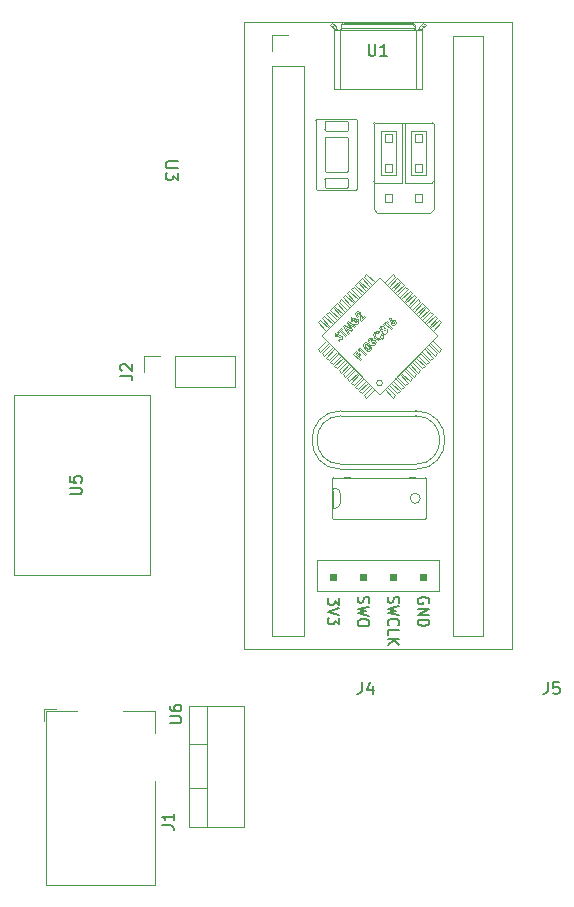
<source format=gbr>
G04 #@! TF.GenerationSoftware,KiCad,Pcbnew,(6.0.4)*
G04 #@! TF.CreationDate,2023-10-25T12:50:42+07:00*
G04 #@! TF.ProjectId,Station-Hardware-ver-01,53746174-696f-46e2-9d48-617264776172,rev?*
G04 #@! TF.SameCoordinates,Original*
G04 #@! TF.FileFunction,Legend,Top*
G04 #@! TF.FilePolarity,Positive*
%FSLAX46Y46*%
G04 Gerber Fmt 4.6, Leading zero omitted, Abs format (unit mm)*
G04 Created by KiCad (PCBNEW (6.0.4)) date 2023-10-25 12:50:42*
%MOMM*%
%LPD*%
G01*
G04 APERTURE LIST*
%ADD10C,0.150000*%
%ADD11C,0.100000*%
%ADD12C,0.120000*%
G04 APERTURE END LIST*
D10*
G04 #@! TO.C,U3*
X182197619Y-53368095D02*
X181388095Y-53368095D01*
X181292857Y-53415714D01*
X181245238Y-53463333D01*
X181197619Y-53558571D01*
X181197619Y-53749047D01*
X181245238Y-53844285D01*
X181292857Y-53891904D01*
X181388095Y-53939523D01*
X182197619Y-53939523D01*
X182197619Y-54320476D02*
X182197619Y-54939523D01*
X181816666Y-54606190D01*
X181816666Y-54749047D01*
X181769047Y-54844285D01*
X181721428Y-54891904D01*
X181626190Y-54939523D01*
X181388095Y-54939523D01*
X181292857Y-54891904D01*
X181245238Y-54844285D01*
X181197619Y-54749047D01*
X181197619Y-54463333D01*
X181245238Y-54368095D01*
X181292857Y-54320476D01*
G04 #@! TO.C,U1*
X198358095Y-43422380D02*
X198358095Y-44231904D01*
X198405714Y-44327142D01*
X198453333Y-44374761D01*
X198548571Y-44422380D01*
X198739047Y-44422380D01*
X198834285Y-44374761D01*
X198881904Y-44327142D01*
X198929523Y-44231904D01*
X198929523Y-43422380D01*
X199929523Y-44422380D02*
X199358095Y-44422380D01*
X199643809Y-44422380D02*
X199643809Y-43422380D01*
X199548571Y-43565238D01*
X199453333Y-43660476D01*
X199358095Y-43708095D01*
X195887619Y-90363714D02*
X195887619Y-90920857D01*
X195506666Y-90620857D01*
X195506666Y-90749428D01*
X195459047Y-90835142D01*
X195411428Y-90878000D01*
X195316190Y-90920857D01*
X195078095Y-90920857D01*
X194982857Y-90878000D01*
X194935238Y-90835142D01*
X194887619Y-90749428D01*
X194887619Y-90492285D01*
X194935238Y-90406571D01*
X194982857Y-90363714D01*
X195887619Y-91178000D02*
X194887619Y-91478000D01*
X195887619Y-91778000D01*
X195887619Y-91992285D02*
X195887619Y-92549428D01*
X195506666Y-92249428D01*
X195506666Y-92378000D01*
X195459047Y-92463714D01*
X195411428Y-92506571D01*
X195316190Y-92549428D01*
X195078095Y-92549428D01*
X194982857Y-92506571D01*
X194935238Y-92463714D01*
X194887619Y-92378000D01*
X194887619Y-92120857D01*
X194935238Y-92035142D01*
X194982857Y-91992285D01*
X203460000Y-90792285D02*
X203507619Y-90706571D01*
X203507619Y-90578000D01*
X203460000Y-90449428D01*
X203364761Y-90363714D01*
X203269523Y-90320857D01*
X203079047Y-90278000D01*
X202936190Y-90278000D01*
X202745714Y-90320857D01*
X202650476Y-90363714D01*
X202555238Y-90449428D01*
X202507619Y-90578000D01*
X202507619Y-90663714D01*
X202555238Y-90792285D01*
X202602857Y-90835142D01*
X202936190Y-90835142D01*
X202936190Y-90663714D01*
X202507619Y-91220857D02*
X203507619Y-91220857D01*
X202507619Y-91735142D01*
X203507619Y-91735142D01*
X202507619Y-92163714D02*
X203507619Y-92163714D01*
X203507619Y-92378000D01*
X203460000Y-92506571D01*
X203364761Y-92592285D01*
X203269523Y-92635142D01*
X203079047Y-92678000D01*
X202936190Y-92678000D01*
X202745714Y-92635142D01*
X202650476Y-92592285D01*
X202555238Y-92506571D01*
X202507619Y-92378000D01*
X202507619Y-92163714D01*
X200015238Y-90204285D02*
X199967619Y-90332857D01*
X199967619Y-90547142D01*
X200015238Y-90632857D01*
X200062857Y-90675714D01*
X200158095Y-90718571D01*
X200253333Y-90718571D01*
X200348571Y-90675714D01*
X200396190Y-90632857D01*
X200443809Y-90547142D01*
X200491428Y-90375714D01*
X200539047Y-90290000D01*
X200586666Y-90247142D01*
X200681904Y-90204285D01*
X200777142Y-90204285D01*
X200872380Y-90247142D01*
X200920000Y-90290000D01*
X200967619Y-90375714D01*
X200967619Y-90590000D01*
X200920000Y-90718571D01*
X200967619Y-91018571D02*
X199967619Y-91232857D01*
X200681904Y-91404285D01*
X199967619Y-91575714D01*
X200967619Y-91790000D01*
X200062857Y-92647142D02*
X200015238Y-92604285D01*
X199967619Y-92475714D01*
X199967619Y-92390000D01*
X200015238Y-92261428D01*
X200110476Y-92175714D01*
X200205714Y-92132857D01*
X200396190Y-92090000D01*
X200539047Y-92090000D01*
X200729523Y-92132857D01*
X200824761Y-92175714D01*
X200920000Y-92261428D01*
X200967619Y-92390000D01*
X200967619Y-92475714D01*
X200920000Y-92604285D01*
X200872380Y-92647142D01*
X199967619Y-93461428D02*
X199967619Y-93032857D01*
X200967619Y-93032857D01*
X199967619Y-93761428D02*
X200967619Y-93761428D01*
X199967619Y-94275714D02*
X200539047Y-93890000D01*
X200967619Y-94275714D02*
X200396190Y-93761428D01*
X197475238Y-90235142D02*
X197427619Y-90363714D01*
X197427619Y-90578000D01*
X197475238Y-90663714D01*
X197522857Y-90706571D01*
X197618095Y-90749428D01*
X197713333Y-90749428D01*
X197808571Y-90706571D01*
X197856190Y-90663714D01*
X197903809Y-90578000D01*
X197951428Y-90406571D01*
X197999047Y-90320857D01*
X198046666Y-90278000D01*
X198141904Y-90235142D01*
X198237142Y-90235142D01*
X198332380Y-90278000D01*
X198380000Y-90320857D01*
X198427619Y-90406571D01*
X198427619Y-90620857D01*
X198380000Y-90749428D01*
X198427619Y-91049428D02*
X197427619Y-91263714D01*
X198141904Y-91435142D01*
X197427619Y-91606571D01*
X198427619Y-91820857D01*
X198427619Y-92335142D02*
X198427619Y-92506571D01*
X198380000Y-92592285D01*
X198284761Y-92678000D01*
X198094285Y-92720857D01*
X197760952Y-92720857D01*
X197570476Y-92678000D01*
X197475238Y-92592285D01*
X197427619Y-92506571D01*
X197427619Y-92335142D01*
X197475238Y-92249428D01*
X197570476Y-92163714D01*
X197760952Y-92120857D01*
X198094285Y-92120857D01*
X198284761Y-92163714D01*
X198380000Y-92249428D01*
X198427619Y-92335142D01*
G04 #@! TO.C,U5*
X173072380Y-81551904D02*
X173881904Y-81551904D01*
X173977142Y-81504285D01*
X174024761Y-81456666D01*
X174072380Y-81361428D01*
X174072380Y-81170952D01*
X174024761Y-81075714D01*
X173977142Y-81028095D01*
X173881904Y-80980476D01*
X173072380Y-80980476D01*
X173072380Y-80028095D02*
X173072380Y-80504285D01*
X173548571Y-80551904D01*
X173500952Y-80504285D01*
X173453333Y-80409047D01*
X173453333Y-80170952D01*
X173500952Y-80075714D01*
X173548571Y-80028095D01*
X173643809Y-79980476D01*
X173881904Y-79980476D01*
X173977142Y-80028095D01*
X174024761Y-80075714D01*
X174072380Y-80170952D01*
X174072380Y-80409047D01*
X174024761Y-80504285D01*
X173977142Y-80551904D01*
G04 #@! TO.C,J4*
X197786666Y-97452380D02*
X197786666Y-98166666D01*
X197739047Y-98309523D01*
X197643809Y-98404761D01*
X197500952Y-98452380D01*
X197405714Y-98452380D01*
X198691428Y-97785714D02*
X198691428Y-98452380D01*
X198453333Y-97404761D02*
X198215238Y-98119047D01*
X198834285Y-98119047D01*
G04 #@! TO.C,J2*
X177347380Y-71498333D02*
X178061666Y-71498333D01*
X178204523Y-71545952D01*
X178299761Y-71641190D01*
X178347380Y-71784047D01*
X178347380Y-71879285D01*
X177442619Y-71069761D02*
X177395000Y-71022142D01*
X177347380Y-70926904D01*
X177347380Y-70688809D01*
X177395000Y-70593571D01*
X177442619Y-70545952D01*
X177537857Y-70498333D01*
X177633095Y-70498333D01*
X177775952Y-70545952D01*
X178347380Y-71117380D01*
X178347380Y-70498333D01*
G04 #@! TO.C,J1*
X180854880Y-109583333D02*
X181569166Y-109583333D01*
X181712023Y-109630952D01*
X181807261Y-109726190D01*
X181854880Y-109869047D01*
X181854880Y-109964285D01*
X181854880Y-108583333D02*
X181854880Y-109154761D01*
X181854880Y-108869047D02*
X180854880Y-108869047D01*
X180997738Y-108964285D01*
X181092976Y-109059523D01*
X181140595Y-109154761D01*
G04 #@! TO.C,U6*
X181512380Y-100931904D02*
X182321904Y-100931904D01*
X182417142Y-100884285D01*
X182464761Y-100836666D01*
X182512380Y-100741428D01*
X182512380Y-100550952D01*
X182464761Y-100455714D01*
X182417142Y-100408095D01*
X182321904Y-100360476D01*
X181512380Y-100360476D01*
X181512380Y-99455714D02*
X181512380Y-99646190D01*
X181560000Y-99741428D01*
X181607619Y-99789047D01*
X181750476Y-99884285D01*
X181940952Y-99931904D01*
X182321904Y-99931904D01*
X182417142Y-99884285D01*
X182464761Y-99836666D01*
X182512380Y-99741428D01*
X182512380Y-99550952D01*
X182464761Y-99455714D01*
X182417142Y-99408095D01*
X182321904Y-99360476D01*
X182083809Y-99360476D01*
X181988571Y-99408095D01*
X181940952Y-99455714D01*
X181893333Y-99550952D01*
X181893333Y-99741428D01*
X181940952Y-99836666D01*
X181988571Y-99884285D01*
X182083809Y-99931904D01*
G04 #@! TO.C,J5*
X213536666Y-97452380D02*
X213536666Y-98166666D01*
X213489047Y-98309523D01*
X213393809Y-98404761D01*
X213250952Y-98452380D01*
X213155714Y-98452380D01*
X214489047Y-97452380D02*
X214012857Y-97452380D01*
X213965238Y-97928571D01*
X214012857Y-97880952D01*
X214108095Y-97833333D01*
X214346190Y-97833333D01*
X214441428Y-97880952D01*
X214489047Y-97928571D01*
X214536666Y-98023809D01*
X214536666Y-98261904D01*
X214489047Y-98357142D01*
X214441428Y-98404761D01*
X214346190Y-98452380D01*
X214108095Y-98452380D01*
X214012857Y-98404761D01*
X213965238Y-98357142D01*
G04 #@! TO.C,U1*
G36*
X203221620Y-88783060D02*
G01*
X202713620Y-88783060D01*
X202713620Y-88275060D01*
X203221620Y-88275060D01*
X203221620Y-88783060D01*
G37*
D11*
X203221620Y-88783060D02*
X202713620Y-88783060D01*
X202713620Y-88275060D01*
X203221620Y-88275060D01*
X203221620Y-88783060D01*
G36*
X198141620Y-88783060D02*
G01*
X197633620Y-88783060D01*
X197633620Y-88275060D01*
X198141620Y-88275060D01*
X198141620Y-88783060D01*
G37*
X198141620Y-88783060D02*
X197633620Y-88783060D01*
X197633620Y-88275060D01*
X198141620Y-88275060D01*
X198141620Y-88783060D01*
G36*
X200681620Y-88783060D02*
G01*
X200173620Y-88783060D01*
X200173620Y-88275060D01*
X200681620Y-88275060D01*
X200681620Y-88783060D01*
G37*
X200681620Y-88783060D02*
X200173620Y-88783060D01*
X200173620Y-88275060D01*
X200681620Y-88275060D01*
X200681620Y-88783060D01*
G36*
X195601620Y-88783060D02*
G01*
X195093620Y-88783060D01*
X195093620Y-88275060D01*
X195601620Y-88275060D01*
X195601620Y-88783060D01*
G37*
X195601620Y-88783060D02*
X195093620Y-88783060D01*
X195093620Y-88275060D01*
X195601620Y-88275060D01*
X195601620Y-88783060D01*
D12*
X199534498Y-72128576D02*
G75*
G03*
X199534498Y-72128576I-250000J0D01*
G01*
X202735021Y-81882809D02*
G75*
G03*
X202735021Y-81882809I-425876J0D01*
G01*
X197207765Y-67021868D02*
G75*
G03*
X197375786Y-67017029I81535J88368D01*
G01*
X203257690Y-80232190D02*
G75*
G03*
X203158337Y-80132810I-99990J-610D01*
G01*
X196637523Y-54882277D02*
G75*
G03*
X196537533Y-54782277I-100023J-23D01*
G01*
X195782770Y-67854313D02*
G75*
G03*
X195551927Y-67916211I-55670J-253787D01*
G01*
X196018521Y-68374307D02*
G75*
G03*
X196028820Y-68263497I-50821J60607D01*
G01*
X199833595Y-67662372D02*
G75*
G03*
X199673884Y-67669744I-76295J-80828D01*
G01*
X200531930Y-66960212D02*
G75*
G03*
X200388427Y-66955200I-74130J-65588D01*
G01*
X196037950Y-74477588D02*
G75*
G03*
X196037950Y-79427588I0J-2475000D01*
G01*
X200305467Y-67196027D02*
G75*
G03*
X200635320Y-67197843I165833J163727D01*
G01*
X199574891Y-67934039D02*
G75*
G03*
X199918438Y-67914722I163509J156639D01*
G01*
X198837570Y-68805166D02*
G75*
G03*
X198843649Y-68644245I-73870J83366D01*
G01*
X195646051Y-68012459D02*
G75*
G03*
X195637872Y-68090119I34949J-42941D01*
G01*
X203158337Y-83632816D02*
G75*
G03*
X203257716Y-83533428I-637J100016D01*
G01*
X198576656Y-68431689D02*
G75*
G03*
X198473204Y-68435280I-50056J-49911D01*
G01*
X202724848Y-41925233D02*
G75*
G03*
X202600011Y-42255785I375252J-330567D01*
G01*
X199662771Y-67355563D02*
G75*
G03*
X199360381Y-67357727I-150171J-144237D01*
G01*
X197465769Y-67117423D02*
G75*
G03*
X197477986Y-66761851I-164639J183653D01*
G01*
X196637523Y-50032277D02*
G75*
G03*
X196537533Y-49932277I-100023J-23D01*
G01*
X196537533Y-55632233D02*
G75*
G03*
X196637533Y-55532277I67J99933D01*
G01*
X195830177Y-68527134D02*
G75*
G03*
X196110198Y-68472993I100923J229234D01*
G01*
X195257693Y-83533428D02*
G75*
G03*
X195357099Y-83632807I100007J628D01*
G01*
X198574329Y-68905278D02*
G75*
G03*
X198927575Y-68905586I176771J169378D01*
G01*
X200538281Y-67104419D02*
G75*
G03*
X200531952Y-66960192I-73681J69019D01*
G01*
X194637523Y-50682277D02*
G75*
G03*
X194737533Y-50782277I99977J-23D01*
G01*
X198939788Y-68550018D02*
G75*
G03*
X198705968Y-68512513I-141088J-131982D01*
G01*
X198994825Y-68278686D02*
G75*
G03*
X199359213Y-68283574I184475J167586D01*
G01*
X197114857Y-66643517D02*
G75*
G03*
X197011397Y-66647116I-50057J-49883D01*
G01*
X202337950Y-79427592D02*
G75*
G03*
X202337950Y-74477588I0J2475002D01*
G01*
X197287533Y-55782233D02*
G75*
G03*
X197387533Y-55682277I67J99933D01*
G01*
X197327334Y-66140785D02*
G75*
G03*
X197343703Y-66505184I179266J-174515D01*
G01*
X198473216Y-68435291D02*
G75*
G03*
X198458756Y-68544915I66284J-64509D01*
G01*
X198705962Y-68512511D02*
G75*
G03*
X198665810Y-68330425I-162162J59711D01*
G01*
X195364188Y-81041767D02*
G75*
G03*
X195341800Y-81241767I441112J-150633D01*
G01*
X193887523Y-55682277D02*
G75*
G03*
X193987533Y-55782277I99977J-23D01*
G01*
X202249966Y-41958187D02*
G75*
G03*
X202000000Y-41753395I-229366J-25013D01*
G01*
X199360401Y-67357750D02*
G75*
G03*
X199355282Y-67660076I138399J-153550D01*
G01*
X198880000Y-50090000D02*
G75*
G03*
X198780000Y-50190000I0J-100000D01*
G01*
X203760000Y-55169999D02*
G75*
G03*
X203859999Y-55070000I0J99999D01*
G01*
X202249999Y-42160000D02*
G75*
G03*
X202346410Y-42259937I100001J0D01*
G01*
X197011389Y-66647108D02*
G75*
G03*
X196996949Y-66756751I66211J-64492D01*
G01*
X199661457Y-67830262D02*
G75*
G03*
X199822295Y-67820491I75743J81862D01*
G01*
X198899843Y-68374092D02*
G75*
G03*
X199454825Y-68378337I279457J254892D01*
G01*
X196110201Y-68472997D02*
G75*
G03*
X196118483Y-68162785I-140091J158957D01*
G01*
X195953589Y-42259936D02*
G75*
G03*
X196050000Y-42160001I-3589J99936D01*
G01*
X197244198Y-66724363D02*
G75*
G03*
X197204003Y-66542261I-162298J59663D01*
G01*
X196028814Y-68263507D02*
G75*
G03*
X195867023Y-68242355I-106214J-183093D01*
G01*
X200635334Y-67197858D02*
G75*
G03*
X200632558Y-66870423I-161834J162358D01*
G01*
X195776707Y-67990618D02*
G75*
G03*
X195646052Y-68012461I-45907J-127082D01*
G01*
X195341790Y-82523850D02*
G75*
G03*
X195364188Y-82723851I445610J-51350D01*
G01*
X198780000Y-55070000D02*
G75*
G03*
X198880000Y-55170000I100000J0D01*
G01*
X202337950Y-79002592D02*
G75*
G03*
X202337950Y-74902588I0J2050002D01*
G01*
X197204003Y-66542260D02*
G75*
G03*
X196916846Y-66551290I-139153J-145250D01*
G01*
X195357100Y-80132820D02*
G75*
G03*
X195257720Y-80232189I600J-99980D01*
G01*
X195950773Y-81441767D02*
G75*
G03*
X195550774Y-81041767I-399933J67D01*
G01*
X197645538Y-66140671D02*
G75*
G03*
X197327342Y-66140794I-159038J-156129D01*
G01*
X200632555Y-66870425D02*
G75*
G03*
X200304607Y-66862243I-167955J-155475D01*
G01*
X202249961Y-41814793D02*
G75*
G03*
X202000000Y-41610001I-229361J-25007D01*
G01*
X200388399Y-66955174D02*
G75*
G03*
X200395971Y-67096174I72201J-66826D01*
G01*
X196300000Y-41609999D02*
G75*
G03*
X196049999Y-41814788I-20520J-229941D01*
G01*
X198422104Y-69220681D02*
G75*
G03*
X198443776Y-69126132I-65104J64681D01*
G01*
X197375815Y-67017062D02*
G75*
G03*
X197381842Y-66856082I-73715J83362D01*
G01*
X199822315Y-67820517D02*
G75*
G03*
X199833557Y-67662413I-65615J84117D01*
G01*
X195550774Y-82723854D02*
G75*
G03*
X195950774Y-82323851I-4J400004D01*
G01*
X196537533Y-54282233D02*
G75*
G03*
X196637533Y-54182277I67J99933D01*
G01*
X199935219Y-67573711D02*
G75*
G03*
X199725515Y-67509327I-163519J-158889D01*
G01*
X199359199Y-68283561D02*
G75*
G03*
X199440483Y-68048049I-207099J203261D01*
G01*
X197477983Y-66761853D02*
G75*
G03*
X197244161Y-66724349I-141083J-131947D01*
G01*
X195551923Y-67916205D02*
G75*
G03*
X195547252Y-68189874I131867J-139125D01*
G01*
X195699960Y-42255785D02*
G75*
G03*
X195575142Y-41925241I-499860J85D01*
G01*
X199453260Y-67455281D02*
G75*
G03*
X199457268Y-67571688I56740J-56319D01*
G01*
X195453598Y-42251500D02*
G75*
G03*
X195391166Y-42089153I-250098J-3000D01*
G01*
X194737533Y-54782233D02*
G75*
G03*
X194637533Y-54882277I67J-100067D01*
G01*
X194737533Y-49932233D02*
G75*
G03*
X194637533Y-50032277I67J-100067D01*
G01*
X197112530Y-67117107D02*
G75*
G03*
X197465769Y-67117421I176770J169307D01*
G01*
X197762300Y-66490099D02*
G75*
G03*
X197645520Y-66140688I-513800J22499D01*
G01*
X199572085Y-67455381D02*
G75*
G03*
X199453231Y-67455253I-59485J-54019D01*
G01*
X199673855Y-67669709D02*
G75*
G03*
X199661454Y-67830265I72945J-86391D01*
G01*
X196037950Y-74902588D02*
G75*
G03*
X196037950Y-79002588I0J-2050000D01*
G01*
X199457243Y-67571709D02*
G75*
G03*
X199577421Y-67575831I62057J55309D01*
G01*
X198665857Y-68330376D02*
G75*
G03*
X198378655Y-68339455I-139157J-145124D01*
G01*
X197556997Y-66242594D02*
G75*
G03*
X197417113Y-66241400I-70497J-64406D01*
G01*
X194737533Y-51282233D02*
G75*
G03*
X194637533Y-51382277I67J-100067D01*
G01*
X193987533Y-49782273D02*
G75*
G03*
X193887533Y-49882277I67J-100067D01*
G01*
X197387523Y-49882277D02*
G75*
G03*
X197287533Y-49782277I-100023J-23D01*
G01*
X198669567Y-68810037D02*
G75*
G03*
X198837593Y-68805193I81533J88437D01*
G01*
X195547255Y-68189871D02*
G75*
G03*
X195867023Y-68242355I211145J286071D01*
G01*
X199577451Y-67575860D02*
G75*
G03*
X199572109Y-67455359I-58851J57760D01*
G01*
X203860000Y-50190000D02*
G75*
G03*
X203760000Y-50090000I-100000J0D01*
G01*
X194637523Y-55532277D02*
G75*
G03*
X194737533Y-55632277I99977J-23D01*
G01*
X198898795Y-67819332D02*
G75*
G03*
X198899849Y-68374087I268405J-276868D01*
G01*
X198990256Y-67918230D02*
G75*
G03*
X198994823Y-68278688I176644J-178020D01*
G01*
X196300000Y-41753397D02*
G75*
G03*
X196050000Y-41958182I-20510J-229953D01*
G01*
X199918435Y-67914718D02*
G75*
G03*
X199935224Y-67573706I-145195J178068D01*
G01*
X196637523Y-51382277D02*
G75*
G03*
X196537533Y-51282277I-100023J-23D01*
G01*
X202908841Y-42089160D02*
G75*
G03*
X202846427Y-42251500I187459J-165240D01*
G01*
X198927572Y-68905581D02*
G75*
G03*
X198939792Y-68550015I-164642J183651D01*
G01*
X200395996Y-67096152D02*
G75*
G03*
X200538326Y-67104461I75304J66752D01*
G01*
X194637523Y-54182277D02*
G75*
G03*
X194737533Y-54282277I99977J-23D01*
G01*
X198127089Y-68827809D02*
X198088056Y-68832479D01*
X197357332Y-66838131D02*
X197328451Y-66828751D01*
X195678253Y-70886293D02*
X195466121Y-70674161D01*
X195458513Y-42259669D02*
X195460103Y-42260000D01*
X195750755Y-68106718D02*
X195812524Y-68103080D01*
X198385817Y-69022677D02*
X198322987Y-68953074D01*
X195460103Y-42260000D02*
X195950000Y-42260000D01*
X195954185Y-68403743D02*
X195988932Y-68394597D01*
X198363569Y-68640102D02*
X198323079Y-68568996D01*
X198506220Y-68957084D02*
X198571233Y-69072190D01*
X199574872Y-67934058D02*
X199512608Y-67825031D01*
X198026047Y-68927725D02*
X198053847Y-69003989D01*
X198137609Y-68690244D02*
X198202570Y-68704603D01*
X202250000Y-41814789D02*
X202250000Y-42160000D01*
X202350000Y-42260000D02*
X202346410Y-42259936D01*
X197417112Y-66241400D02*
X197392298Y-66287327D01*
X202271801Y-53581801D02*
X202908198Y-53581801D01*
X203456428Y-70320607D02*
X202749321Y-69613500D01*
X197799573Y-73007613D02*
X198506680Y-72300506D01*
X195942026Y-68095962D02*
X196048398Y-68114959D01*
X199879769Y-67055911D02*
X200314912Y-67491054D01*
X197446020Y-72654060D02*
X197233888Y-72441928D01*
X196537533Y-54282277D02*
X194737533Y-54282277D01*
X197446020Y-72654060D02*
X198153127Y-71946953D01*
X199974956Y-66960724D02*
X199879769Y-67055911D01*
X198153127Y-73361166D02*
X197940995Y-73149034D01*
X196427418Y-67458652D02*
X196705862Y-67850132D01*
X195766311Y-67729023D02*
X196051874Y-67443460D01*
X197228118Y-67327875D02*
X197131762Y-67424231D01*
X203809981Y-66290099D02*
X203597849Y-66077967D01*
X202908198Y-56121801D02*
X202908198Y-56758198D01*
X196869459Y-66617095D02*
X196916847Y-66551290D01*
X192860000Y-93570000D02*
X190200000Y-93570000D01*
X198026047Y-68927725D02*
X198053847Y-69003989D01*
X197064940Y-69680365D02*
X197323306Y-69421999D01*
X190200000Y-42650000D02*
X191530000Y-42650000D01*
X196740177Y-67145893D02*
X196964866Y-67591128D01*
X194010000Y-87100000D02*
X194010000Y-89760000D01*
X200247659Y-67107483D02*
X200218449Y-67029140D01*
X202908198Y-51678198D02*
X202271801Y-51678198D01*
X197092467Y-63956646D02*
X196880334Y-64168778D01*
X196526781Y-64522332D02*
X197233888Y-65229438D01*
X195453572Y-42251500D02*
X195458513Y-42259669D01*
X202908198Y-51041801D02*
X202908198Y-51678198D01*
X195819674Y-71027714D02*
X196526781Y-70320607D01*
X198466418Y-69356557D02*
X198406026Y-69382241D01*
X201688661Y-72088374D02*
X200981554Y-71381267D01*
X196861271Y-66780832D02*
X196848962Y-66717762D01*
X203456428Y-65936545D02*
X203244296Y-65724413D01*
X198590206Y-68451006D02*
X198576678Y-68431667D01*
X198062815Y-69223232D02*
X197950801Y-69091107D01*
X196391829Y-68164165D02*
X195956686Y-67729023D01*
X194051907Y-69259947D02*
X194759014Y-68552840D01*
X196031806Y-71239846D02*
X196738913Y-70532739D01*
X194010000Y-89760000D02*
X204290000Y-89760000D01*
X199234498Y-63228829D02*
X194384750Y-68078576D01*
X194617593Y-69825632D02*
X195324700Y-69118526D01*
X204304956Y-66785073D02*
X203597849Y-67492180D01*
X204517088Y-69259947D02*
X204304956Y-69472079D01*
X195637872Y-68090119D02*
X195655741Y-68102121D01*
X200368198Y-54218198D02*
X199731801Y-54218198D01*
X201420000Y-50101400D02*
X201420000Y-55170000D01*
X201990000Y-50760000D02*
X203190000Y-50760000D01*
X198517717Y-69315445D02*
X198466418Y-69356557D01*
X200628000Y-73149034D02*
X200415868Y-73361166D01*
X196537533Y-50782277D02*
X194737533Y-50782277D01*
X197902776Y-68843010D02*
X197957429Y-68760680D01*
X197615667Y-69714361D02*
X197452489Y-69877539D01*
X194384750Y-68178576D02*
X199234498Y-73028324D01*
X197595270Y-70210695D02*
X197064940Y-69680365D01*
X197131762Y-67424231D02*
X196740177Y-67145893D01*
X200247659Y-67107483D02*
X200218449Y-67029140D01*
X196385360Y-71593399D02*
X196173228Y-71381267D01*
X204517088Y-66997205D02*
X204304956Y-66785073D01*
X198780000Y-57410000D02*
X199080000Y-57710000D01*
X198331266Y-68405259D02*
X198378654Y-68339455D01*
X198363569Y-68640102D02*
X198323079Y-68568996D01*
X198331266Y-68405259D02*
X198378654Y-68339455D01*
X198584126Y-69202564D02*
X198559035Y-69263696D01*
X203158337Y-80132811D02*
X203157718Y-80132809D01*
X195637872Y-68090119D02*
X195655741Y-68102121D01*
X202908198Y-56758198D02*
X202271801Y-56758198D01*
X199085003Y-67856234D02*
X198990255Y-67918229D01*
X197392298Y-66287327D02*
X197395551Y-66339758D01*
X201335107Y-63815225D02*
X200628000Y-64522332D01*
X198406026Y-69382241D02*
X198340594Y-69387266D01*
X202183635Y-64663753D02*
X201476529Y-65370860D01*
X201122975Y-72654060D02*
X200415868Y-71946953D01*
X196901761Y-66851938D02*
X196861271Y-66780832D01*
X199085003Y-67856234D02*
X198990255Y-67918229D01*
X195357718Y-80132809D02*
X195357100Y-80132811D01*
X196300000Y-41753395D02*
X196300000Y-41610000D01*
X196385360Y-64663753D02*
X197092467Y-65370860D01*
X197452489Y-69877539D02*
X197690458Y-70115508D01*
X204290000Y-89760000D02*
X204290000Y-87100000D01*
X198390038Y-69241859D02*
X198422105Y-69220682D01*
X198352121Y-69248209D02*
X198390038Y-69241859D01*
X195988932Y-68394597D02*
X196018515Y-68374300D01*
X204517088Y-66997205D02*
X203809981Y-67704312D01*
X196880334Y-64168778D02*
X197587441Y-64875885D01*
X200981554Y-63461671D02*
X200769422Y-63249539D01*
X203597849Y-66077967D02*
X202890742Y-66785073D01*
X199579227Y-68051449D02*
X199545512Y-68249237D01*
X198592029Y-68520451D02*
X198596944Y-68473670D01*
X210525000Y-41535000D02*
X210525000Y-94685000D01*
X199579227Y-68051449D02*
X199545512Y-68249237D01*
X198340594Y-69387266D02*
X198276271Y-69373761D01*
X194737533Y-49932277D02*
X196537533Y-49932277D01*
X195672080Y-68106692D02*
X195750755Y-68106718D01*
X195453589Y-42254425D02*
X195453572Y-42251500D01*
X203560000Y-57710000D02*
X203860000Y-57410000D01*
X196048398Y-68114959D02*
X196118483Y-68162784D01*
X199731801Y-56758198D02*
X199731801Y-56121801D01*
X197328451Y-66828751D02*
X197268152Y-66833606D01*
X197323306Y-69421999D02*
X197418493Y-69517187D01*
X197381842Y-66856081D02*
X197357332Y-66838131D01*
X194264039Y-66785073D02*
X194051907Y-66997205D01*
X198201389Y-68852563D02*
X198127089Y-68827809D01*
X202890742Y-65370860D02*
X202183635Y-66077967D01*
X194737533Y-51282277D02*
X196537533Y-51282277D01*
X198318459Y-68769465D02*
X198418174Y-68857886D01*
X195956686Y-67729023D02*
X195861499Y-67824210D01*
X195364188Y-82723851D02*
X195550774Y-82723851D01*
X202337950Y-79002588D02*
X196037950Y-79002588D01*
X196050000Y-41814789D02*
X196050000Y-42160000D01*
X194405461Y-66643652D02*
X195112568Y-67350759D01*
X195324700Y-65724413D02*
X196031806Y-66431520D01*
X195324700Y-65724413D02*
X195112568Y-65936545D01*
X194971146Y-70179186D02*
X194759014Y-69967054D01*
X194637533Y-54182277D02*
X194637533Y-51382277D01*
X203760000Y-55170000D02*
X201420000Y-55170000D01*
X198819139Y-68626296D02*
X198790258Y-68616916D01*
X198729959Y-68621770D02*
X198628734Y-68687696D01*
X196637533Y-50032277D02*
X196637533Y-50682277D01*
X197233888Y-63815225D02*
X197940995Y-64522332D01*
X197417112Y-66241400D02*
X197392298Y-66287327D01*
X195466121Y-65582992D02*
X196173228Y-66290099D01*
X201757718Y-80122809D02*
X202257718Y-80122809D01*
X197135137Y-66685506D02*
X197128399Y-66662842D01*
X198779000Y-51294503D02*
X198779000Y-51339375D01*
X197683658Y-66872336D02*
X197635427Y-66824104D01*
X202609271Y-42160000D02*
X202864927Y-42160000D01*
X199594207Y-67151099D02*
X199879769Y-66865536D01*
X198062815Y-69223232D02*
X197950801Y-69091107D01*
X195357718Y-83632809D02*
X203157718Y-83632809D01*
X195112568Y-65936545D02*
X195819674Y-66643652D01*
X196901761Y-66851938D02*
X196861271Y-66780832D01*
X198323079Y-68568996D02*
X198310769Y-68505926D01*
X199545512Y-68249237D02*
X199454825Y-68378337D01*
X196487016Y-68068978D02*
X196391829Y-68164165D01*
X195678253Y-65370860D02*
X196385360Y-66077967D01*
X199662729Y-67355603D02*
X199712435Y-67435782D01*
X198443777Y-69126132D02*
X198385817Y-69022677D01*
X203951402Y-66431520D02*
X203244296Y-67138627D01*
X197799573Y-63249539D02*
X198506680Y-63956646D01*
X199731801Y-51678198D02*
X199731801Y-51041801D01*
X197112534Y-67117103D02*
X197207721Y-67021916D01*
X195341800Y-82523851D02*
X195341800Y-81241767D01*
X198385817Y-69022677D02*
X198322987Y-68953074D01*
X199731801Y-51041801D02*
X200368198Y-51041801D01*
X198790258Y-68616916D02*
X198729959Y-68621770D01*
X198779000Y-51211170D02*
X198779000Y-51245124D01*
X199784581Y-67151099D02*
X199689394Y-67246286D01*
X202749321Y-71027714D02*
X202537189Y-71239846D01*
X197387533Y-55682277D02*
X197387533Y-49882277D01*
X195863623Y-68393210D02*
X195954185Y-68403743D01*
X197625335Y-66499978D02*
X197610050Y-66348478D01*
X198153127Y-62895986D02*
X198860233Y-63603093D01*
X195672080Y-68106692D02*
X195750755Y-68106718D01*
X198310769Y-68505926D02*
X198331266Y-68405259D01*
X194637533Y-55532277D02*
X194637533Y-54882277D01*
X198202570Y-68704603D02*
X198318459Y-68769465D01*
X197506882Y-69415200D02*
X197475330Y-69269976D01*
X198054953Y-68853531D02*
X198032581Y-68887552D01*
X203102874Y-65582992D02*
X202890742Y-65370860D01*
X197130222Y-66732287D02*
X197135137Y-66685506D01*
X198596944Y-68473670D02*
X198590206Y-68451006D01*
X201122975Y-63603093D02*
X200415868Y-64310200D01*
X198592029Y-68520451D02*
X198596944Y-68473670D01*
X203257718Y-80232809D02*
X203257718Y-83532809D01*
X199574872Y-67934058D02*
X199512608Y-67825031D01*
X204163534Y-69613500D02*
X203951402Y-69825632D01*
X199512608Y-67825031D02*
X199509112Y-67725729D01*
X198322987Y-68953074D02*
X198201389Y-68852563D01*
X197940995Y-73149034D02*
X198648101Y-72441928D01*
X199450000Y-54500000D02*
X199450000Y-50760000D01*
X200650000Y-54500000D02*
X199450000Y-54500000D01*
X195112512Y-41772892D02*
X195391166Y-42089153D01*
X210525000Y-94685000D02*
X187775000Y-94685000D01*
X194264039Y-69472079D02*
X194971146Y-68764972D01*
X197950801Y-69091107D02*
X197894537Y-68967840D01*
X195954185Y-68403743D02*
X195988932Y-68394597D01*
X196738913Y-71946953D02*
X197446020Y-71239846D01*
X198898786Y-67819323D02*
X199072176Y-67715568D01*
X198540345Y-68599308D02*
X198592029Y-68520451D01*
X197135137Y-66685506D02*
X197128399Y-66662842D01*
X196738913Y-64310200D02*
X196526781Y-64522332D01*
X203102874Y-65582992D02*
X202395767Y-66290099D01*
X198088056Y-68832479D02*
X198054953Y-68853531D01*
X187775000Y-41535000D02*
X210525000Y-41535000D01*
X202846410Y-42254425D02*
X202846410Y-47260000D01*
X202395767Y-71381267D02*
X202183635Y-71593399D01*
X200305457Y-67196037D02*
X200247659Y-67107483D01*
X197268152Y-66833606D02*
X197166927Y-66899532D01*
X197418493Y-69517187D02*
X197255315Y-69680365D01*
X187775000Y-94685000D02*
X187775000Y-41535000D01*
X195257718Y-80232809D02*
X195257718Y-83532809D01*
X197166927Y-66899532D02*
X197078538Y-66811144D01*
X198780000Y-55070000D02*
X198780000Y-55470000D01*
X198009733Y-68719572D02*
X198071348Y-68694728D01*
X200415868Y-73361166D02*
X199708762Y-72654060D01*
X196869459Y-66617095D02*
X196916847Y-66551290D01*
X197233888Y-72441928D02*
X197940995Y-71734821D01*
X196051874Y-67633835D02*
X196487016Y-68068978D01*
X196051874Y-67443460D02*
X196147061Y-67538648D01*
X202271801Y-51041801D02*
X202908198Y-51041801D01*
X197615667Y-69306415D02*
X197506882Y-69415200D01*
X201220000Y-55170000D02*
X198880000Y-55170000D01*
X198571233Y-69072190D02*
X198586884Y-69136539D01*
X195884997Y-68098084D02*
X195942026Y-68095962D01*
X195453589Y-42254425D02*
X195453589Y-47260000D01*
X196637533Y-51382277D02*
X196637533Y-54182277D01*
X201335107Y-72441928D02*
X201122975Y-72654060D01*
X199731801Y-54218198D02*
X199731801Y-53581801D01*
X203860000Y-57410000D02*
X203860000Y-55470000D01*
X198780000Y-55470000D02*
X198780000Y-57410000D01*
X198819139Y-68626296D02*
X198790258Y-68616916D01*
X202395767Y-71381267D02*
X201688661Y-70674161D01*
X198790258Y-68616916D02*
X198729959Y-68621770D01*
X197622466Y-69122839D02*
X198152797Y-69653169D01*
X200628000Y-63108118D02*
X200415868Y-62895986D01*
X203190000Y-50760000D02*
X203190000Y-54500000D01*
X199512608Y-67825031D02*
X199509112Y-67725729D01*
X202749321Y-65229438D02*
X202537189Y-65017306D01*
X202271801Y-54218198D02*
X202271801Y-53581801D01*
X198352121Y-69248209D02*
X198390038Y-69241859D01*
X201688661Y-64168778D02*
X201476529Y-63956646D01*
X203860000Y-55470000D02*
X203860000Y-55070000D01*
X201476529Y-72300506D02*
X200769422Y-71593399D01*
X196608125Y-66887209D02*
X197228118Y-67327875D01*
X196385360Y-71593399D02*
X197092467Y-70886293D01*
X197610050Y-66348478D02*
X197557025Y-66242569D01*
X198053847Y-69003989D02*
X198159064Y-69129107D01*
X198057609Y-69748356D02*
X197615667Y-69306415D01*
X190200000Y-93570000D02*
X190200000Y-45250000D01*
X201830082Y-64310200D02*
X201122975Y-65017306D01*
X197268152Y-66833606D02*
X197166927Y-66899532D01*
X195812524Y-68103080D02*
X195884997Y-68098084D01*
X197395551Y-66339758D02*
X197438891Y-66409996D01*
X200628000Y-73149034D02*
X199920894Y-72441928D01*
X195861499Y-67824210D02*
X195766311Y-67729023D01*
X201688661Y-64168778D02*
X200981554Y-64875885D01*
X198898786Y-67819323D02*
X199072176Y-67715568D01*
X193987533Y-55782277D02*
X197287533Y-55782277D01*
X195812524Y-68103080D02*
X195884997Y-68098084D01*
X197078538Y-66811144D02*
X197130222Y-66732287D01*
X199731801Y-56121801D02*
X200368198Y-56121801D01*
X197950801Y-69091107D02*
X197894537Y-68967840D01*
X201335107Y-63815225D02*
X201122975Y-63603093D01*
X195655741Y-68102121D02*
X195672080Y-68106692D01*
X200368198Y-56758198D02*
X199731801Y-56758198D01*
X198310769Y-68505926D02*
X198331266Y-68405259D01*
X198586884Y-69136539D02*
X198584126Y-69202564D01*
X202537189Y-65017306D02*
X201830082Y-65724413D01*
X197092467Y-72300506D02*
X197799573Y-71593399D01*
X199234498Y-73028324D02*
X199334498Y-73028324D01*
X198780000Y-55070000D02*
X198780000Y-50190000D01*
X198153127Y-73361166D02*
X198860233Y-72654060D01*
X203157718Y-83632809D02*
X203158337Y-83632807D01*
X199689394Y-67246286D02*
X199594207Y-67151099D01*
X202183635Y-71593399D02*
X201476529Y-70886293D01*
X196510282Y-66985052D02*
X196608125Y-66887209D01*
X200314912Y-67491054D02*
X200219724Y-67586241D01*
X197587441Y-72795481D02*
X198294548Y-72088374D01*
X199440483Y-68048049D02*
X199579227Y-68051449D01*
X198559035Y-69263696D02*
X198517717Y-69315445D01*
X200415868Y-62895986D02*
X199708762Y-63603093D01*
X198276271Y-69373761D02*
X198161315Y-69310602D01*
X201688661Y-72088374D02*
X201476529Y-72300506D01*
X203860000Y-50190000D02*
X203860000Y-55070000D01*
X203244296Y-70532739D02*
X202537189Y-69825632D01*
X202839896Y-42260000D02*
X202350000Y-42260000D01*
X194759014Y-69967054D02*
X195466121Y-69259947D01*
X196738913Y-71946953D02*
X196526781Y-71734821D01*
X203102874Y-70674161D02*
X202890742Y-70886293D01*
X199072176Y-67715568D02*
X199230667Y-67698639D01*
X196537533Y-55632277D02*
X194737533Y-55632277D01*
X196385360Y-64663753D02*
X196173228Y-64875885D01*
X197957429Y-68760680D02*
X198009733Y-68719572D01*
X202846410Y-42254425D02*
X202846427Y-42251500D01*
X202271801Y-56758198D02*
X202271801Y-56121801D01*
X194617593Y-66431520D02*
X195324700Y-67138627D01*
X202600011Y-42260000D02*
X202600011Y-42255785D01*
X197940995Y-63108118D02*
X198648101Y-63815225D01*
X201476529Y-63956646D02*
X200769422Y-64663753D01*
X196031806Y-65017306D02*
X195819674Y-65229438D01*
X202000000Y-41753395D02*
X196300000Y-41753395D01*
X205500000Y-93510000D02*
X205500000Y-42710000D01*
X195112568Y-70320607D02*
X195819674Y-69613500D01*
X194051907Y-66997205D02*
X194759014Y-67704312D01*
X200981554Y-72795481D02*
X200274447Y-72088374D01*
X202600011Y-47270000D02*
X195699988Y-47270000D01*
X196037950Y-79427588D02*
X202337950Y-79427588D01*
X199080000Y-57710000D02*
X203560000Y-57710000D01*
X198466418Y-69356557D02*
X198406026Y-69382241D01*
X198540345Y-68599308D02*
X198592029Y-68520451D01*
X196758343Y-67476818D02*
X196510282Y-66985052D01*
X195884997Y-68098084D02*
X195942026Y-68095962D01*
X200628000Y-63108118D02*
X199920894Y-63815225D01*
X203456428Y-65936545D02*
X202749321Y-66643652D01*
X200769422Y-63249539D02*
X200062315Y-63956646D01*
X199731801Y-53581801D02*
X200368198Y-53581801D01*
X195678253Y-65370860D02*
X195466121Y-65582992D01*
X200215368Y-66588154D02*
X200304607Y-66862243D01*
X203244296Y-65724413D02*
X202537189Y-66431520D01*
X201830082Y-71946953D02*
X201122975Y-71239846D01*
X198443777Y-69126132D02*
X198385817Y-69022677D01*
X197762273Y-66490098D02*
X197770347Y-66608870D01*
X202271801Y-51678198D02*
X202271801Y-51041801D01*
X194737533Y-54782277D02*
X196537533Y-54782277D01*
X198729959Y-68621770D02*
X198628734Y-68687696D01*
X202890742Y-70886293D02*
X202183635Y-70179186D01*
X204290000Y-87100000D02*
X194010000Y-87100000D01*
X198202570Y-68704603D02*
X198318459Y-68769465D01*
X204304956Y-69472079D02*
X203597849Y-68764972D01*
X197128399Y-66662842D02*
X197114871Y-66643503D01*
X195324700Y-70532739D02*
X195112568Y-70320607D01*
X198009733Y-68719572D02*
X198071348Y-68694728D01*
X199230667Y-67698639D02*
X199227586Y-67835152D01*
X198161315Y-69310602D02*
X198062815Y-69223232D01*
X198153127Y-62895986D02*
X197940995Y-63108118D01*
X202841486Y-42259669D02*
X202839896Y-42260000D01*
X195357100Y-83632807D02*
X195357718Y-83632809D01*
X198127089Y-68827809D02*
X198088056Y-68832479D01*
X195953589Y-42259936D02*
X195953589Y-47270000D01*
X204517088Y-69259947D02*
X203809981Y-68552840D01*
X197328451Y-66828751D02*
X197268152Y-66833606D01*
X202908198Y-53581801D02*
X202908198Y-54218198D01*
X202337950Y-74477588D02*
X196037950Y-74477588D01*
X197957429Y-68760680D02*
X198009733Y-68719572D01*
X194264039Y-66785073D02*
X194971146Y-67492180D01*
X198137609Y-68690244D02*
X198202570Y-68704603D01*
X203456428Y-70320607D02*
X203244296Y-70532739D01*
X195863623Y-68393210D02*
X195954185Y-68403743D01*
X197610050Y-66348478D02*
X197557025Y-66242569D01*
X197381842Y-66856081D02*
X197357332Y-66838131D01*
X204163534Y-66643652D02*
X203951402Y-66431520D01*
X203597849Y-70179186D02*
X202890742Y-69472079D01*
X203809981Y-69967054D02*
X203102874Y-69259947D01*
X200650000Y-50760000D02*
X200650000Y-54500000D01*
X195466121Y-70674161D02*
X196173228Y-69967054D01*
X197092467Y-63956646D02*
X197799573Y-64663753D01*
X197395551Y-66339758D02*
X197438891Y-66409996D01*
X201335107Y-72441928D02*
X200628000Y-71734821D01*
X199509112Y-67725729D02*
X199416495Y-67703372D01*
X195690728Y-42160000D02*
X195435072Y-42160000D01*
X196173228Y-71381267D02*
X196880334Y-70674161D01*
X197948823Y-66430394D02*
X198037212Y-66518782D01*
X197587441Y-63461671D02*
X198294548Y-64168778D01*
X203002612Y-41610000D02*
X203187487Y-41772892D01*
X198586884Y-69136539D02*
X198584126Y-69202564D01*
X198032581Y-68887552D02*
X198026047Y-68927725D01*
X194384750Y-68178576D02*
X194384750Y-68078576D01*
X196147061Y-67538648D02*
X196051874Y-67633835D01*
X198584126Y-69202564D02*
X198559035Y-69263696D01*
X197520480Y-69619173D02*
X197615667Y-69714361D01*
X193887533Y-49882277D02*
X193887533Y-55682277D01*
X200368198Y-51678198D02*
X199731801Y-51678198D01*
X199545512Y-68249237D02*
X199454825Y-68378337D01*
X203190000Y-54500000D02*
X201990000Y-54500000D01*
X196526781Y-71734821D02*
X197233888Y-71027714D01*
X199450000Y-50760000D02*
X200650000Y-50760000D01*
X200218449Y-67029140D02*
X200088416Y-66629692D01*
X196996949Y-66756751D02*
X196901761Y-66851938D01*
X200368198Y-51041801D02*
X200368198Y-51678198D01*
X197902776Y-68843010D02*
X197957429Y-68760680D01*
X195942026Y-68095962D02*
X196048398Y-68114959D01*
X198318459Y-68769465D02*
X198418174Y-68857886D01*
X196848962Y-66717762D02*
X196869459Y-66617095D01*
X204184245Y-68078576D02*
X204184245Y-68178576D01*
X198418174Y-68857886D02*
X198506220Y-68957084D01*
X199334498Y-63228829D02*
X199234498Y-63228829D01*
X200769422Y-73007613D02*
X200062315Y-72300506D01*
X197130222Y-66732287D02*
X197135137Y-66685506D01*
X198779000Y-50482003D02*
X198779000Y-50671106D01*
X197128399Y-66662842D02*
X197114871Y-66643503D01*
X208040000Y-93510000D02*
X205500000Y-93510000D01*
X204184245Y-68178576D02*
X199334498Y-73028324D01*
X203187487Y-41772892D02*
X202908833Y-42089153D01*
X205500000Y-42710000D02*
X208040000Y-42710000D01*
X194617593Y-69825632D02*
X194405461Y-69613500D01*
X198161315Y-69310602D02*
X198062815Y-69223232D01*
X200861472Y-50089000D02*
X200672369Y-50089000D01*
X197446020Y-63603093D02*
X197233888Y-63815225D01*
X197770347Y-66608870D02*
X197948823Y-66430394D01*
X197446020Y-63603093D02*
X198153127Y-64310200D01*
X198276271Y-69373761D02*
X198161315Y-69310602D01*
X202395767Y-64875885D02*
X201688661Y-65582992D01*
X196848962Y-66717762D02*
X196869459Y-66617095D01*
X198390038Y-69241859D02*
X198422105Y-69220682D01*
X202908198Y-54218198D02*
X202271801Y-54218198D01*
X197392298Y-66287327D02*
X197395551Y-66339758D01*
X196037950Y-74902588D02*
X202337950Y-74902588D01*
X199509112Y-67725729D02*
X199416495Y-67703372D01*
X202846410Y-47260000D02*
X195453589Y-47260000D01*
X194264039Y-69472079D02*
X194051907Y-69259947D01*
X196880334Y-72088374D02*
X197587441Y-71381267D01*
X199416495Y-67703372D02*
X199355282Y-67660075D01*
X196637533Y-50682277D02*
X196537533Y-50782277D01*
X195575142Y-41925241D02*
X195297387Y-41610000D01*
X197438891Y-66409996D02*
X197343703Y-66505184D01*
X203102874Y-70674161D02*
X202395767Y-69967054D01*
X198159064Y-69129107D02*
X198278762Y-69226368D01*
X198628734Y-68687696D02*
X198540345Y-68599308D01*
X196872015Y-67683979D02*
X196427418Y-67458652D01*
X196964866Y-67591128D02*
X196872015Y-67683979D01*
X199879769Y-66865536D02*
X199974956Y-66960724D01*
X202724857Y-41925241D02*
X203002612Y-41610000D01*
X203951402Y-69825632D02*
X203244296Y-69118526D01*
X202749321Y-65229438D02*
X202042214Y-65936545D01*
X195678253Y-70886293D02*
X196385360Y-70179186D01*
X202042214Y-64522332D02*
X201830082Y-64310200D01*
X197292017Y-49782378D02*
X197287533Y-49782277D01*
X197078538Y-66811144D02*
X197130222Y-66732287D01*
X196168627Y-67326707D02*
X196267426Y-67227907D01*
X202749321Y-71027714D02*
X202042214Y-70320607D01*
X198323079Y-68568996D02*
X198310769Y-68505926D01*
X195782778Y-67854275D02*
X195776722Y-67990576D01*
X196267426Y-67227907D02*
X196758343Y-67476818D01*
X208040000Y-42710000D02*
X208040000Y-93510000D01*
X196757718Y-80122809D02*
X196257718Y-80122809D01*
X196861271Y-66780832D02*
X196848962Y-66717762D01*
X196048398Y-68114959D02*
X196118483Y-68162784D01*
X194759014Y-66290099D02*
X195466121Y-66997205D01*
X197635427Y-66824104D02*
X197625335Y-66499978D01*
X198574341Y-68905267D02*
X198669528Y-68810080D01*
X196738913Y-64310200D02*
X197446020Y-65017306D01*
X195655741Y-68102121D02*
X195672080Y-68106692D01*
X192860000Y-45250000D02*
X192860000Y-93570000D01*
X199712435Y-67435782D02*
X199725514Y-67509327D01*
X190200000Y-43980000D02*
X190200000Y-42650000D01*
X197287533Y-49782277D02*
X193987533Y-49782277D01*
X195950774Y-81441767D02*
X195950774Y-82323851D01*
X203809981Y-69967054D02*
X203597849Y-70179186D01*
X199416495Y-67703372D02*
X199355282Y-67660075D01*
X202042214Y-71734821D02*
X201335107Y-71027714D01*
X200981554Y-72795481D02*
X200769422Y-73007613D01*
X199662729Y-67355603D02*
X199712435Y-67435782D01*
X200088416Y-66629692D02*
X200215368Y-66588154D01*
X196050000Y-42095431D02*
X202250000Y-42095431D01*
X198037212Y-66518782D02*
X197683658Y-66872336D01*
X198322987Y-68953074D02*
X198201389Y-68852563D01*
X195699988Y-42260000D02*
X195699988Y-42255785D01*
X194617593Y-66431520D02*
X194405461Y-66643652D01*
X198340594Y-69387266D02*
X198276271Y-69373761D01*
X195819674Y-65229438D02*
X196526781Y-65936545D01*
X194971146Y-66077967D02*
X194759014Y-66290099D01*
X198458756Y-68544915D02*
X198363569Y-68640102D01*
X198418174Y-68857886D02*
X198506220Y-68957084D01*
X197894537Y-68967840D02*
X197902776Y-68843010D01*
X203022215Y-41960469D02*
X202837340Y-41797578D01*
X195550774Y-81041767D02*
X195364188Y-81041767D01*
X197092467Y-72300506D02*
X196880334Y-72088374D01*
X197799573Y-73007613D02*
X197587441Y-72795481D01*
X198278762Y-69226368D02*
X198352121Y-69248209D01*
X198032581Y-68887552D02*
X198026047Y-68927725D01*
X198071348Y-68694728D02*
X198137609Y-68690244D01*
X198406026Y-69382241D02*
X198340594Y-69387266D01*
X202000000Y-41753395D02*
X202000000Y-41610000D01*
X197255315Y-69680365D02*
X197357301Y-69782352D01*
X194971146Y-70179186D02*
X195678253Y-69472079D01*
X197357301Y-69782352D02*
X197520480Y-69619173D01*
X198880000Y-50090000D02*
X203760000Y-50090000D01*
X198517717Y-69315445D02*
X198466418Y-69356557D01*
X198571233Y-69072190D02*
X198586884Y-69136539D01*
X202846427Y-42251500D02*
X202841486Y-42259669D01*
X197625335Y-66499978D02*
X197610050Y-66348478D01*
X196609400Y-67946594D02*
X196168627Y-67326707D01*
X197894537Y-68967840D02*
X197902776Y-68843010D01*
X200368198Y-53581801D02*
X200368198Y-54218198D01*
X196705862Y-67850132D02*
X196609400Y-67946594D01*
X195357718Y-80132809D02*
X203157718Y-80132809D01*
X204184245Y-68078576D02*
X199334498Y-63228829D01*
X194405461Y-69613500D02*
X195112568Y-68906394D01*
X203158666Y-83632804D02*
X203157718Y-83632809D01*
X201220000Y-55170000D02*
X201220000Y-50101400D01*
X190200000Y-45250000D02*
X192860000Y-45250000D01*
X195257720Y-80232190D02*
X195257718Y-80232809D01*
X195324700Y-70532739D02*
X196031806Y-69825632D01*
X197475330Y-69269976D02*
X197622466Y-69122839D01*
X200368198Y-56121801D02*
X200368198Y-56758198D01*
X202346410Y-42259936D02*
X202346410Y-47270000D01*
X202288464Y-42238825D02*
X196011535Y-42238825D01*
X198506220Y-68957084D02*
X198571233Y-69072190D01*
X195988932Y-68394597D02*
X196018515Y-68374300D01*
X196637533Y-54882277D02*
X196637533Y-55532277D01*
X198088056Y-68832479D02*
X198054953Y-68853531D01*
X203257718Y-80232809D02*
X203257717Y-80232190D01*
X195297387Y-41610000D02*
X195112512Y-41772892D01*
X198559035Y-69263696D02*
X198517717Y-69315445D01*
X198843649Y-68644246D02*
X198819139Y-68626296D01*
X195950000Y-42260000D02*
X195953589Y-42259936D01*
X195750755Y-68106718D02*
X195812524Y-68103080D01*
X195277784Y-41960469D02*
X195462659Y-41797578D01*
X196031806Y-65017306D02*
X196738913Y-65724413D01*
X196173228Y-64875885D02*
X196880334Y-65582992D01*
X198159064Y-69129107D02*
X198278762Y-69226368D01*
X202271801Y-56121801D02*
X202908198Y-56121801D01*
X198071348Y-68694728D02*
X198137609Y-68690244D01*
X202042214Y-64522332D02*
X201335107Y-65229438D01*
X199072176Y-67715568D02*
X199230667Y-67698639D01*
X201990000Y-54500000D02*
X201990000Y-50760000D01*
X198596944Y-68473670D02*
X198590206Y-68451006D01*
X198053847Y-69003989D02*
X198159064Y-69129107D01*
X198054953Y-68853531D02*
X198032581Y-68887552D01*
X202042214Y-71734821D02*
X201830082Y-71946953D01*
X194971146Y-66077967D02*
X195678253Y-66785073D01*
X199712435Y-67435782D02*
X199725514Y-67509327D01*
X195830159Y-68527174D02*
X195863623Y-68393210D01*
X198152797Y-69653169D02*
X198057609Y-69748356D01*
X196031806Y-71239846D02*
X195819674Y-71027714D01*
X197357332Y-66838131D02*
X197328451Y-66828751D01*
X200305457Y-67196037D02*
X200247659Y-67107483D01*
X203809981Y-66290099D02*
X203102874Y-66997205D01*
X199227586Y-67835152D02*
X199085003Y-67856234D01*
X198278762Y-69226368D02*
X198352121Y-69248209D01*
X197690458Y-70115508D02*
X197595270Y-70210695D01*
X198201389Y-68852563D02*
X198127089Y-68827809D01*
X194637533Y-50682277D02*
X194637533Y-50032277D01*
X204163534Y-66643652D02*
X203456428Y-67350759D01*
X202000000Y-41610000D02*
X196300000Y-41610000D01*
X197799573Y-63249539D02*
X197587441Y-63461671D01*
X202537189Y-71239846D02*
X201830082Y-70532739D01*
X198843649Y-68644246D02*
X198819139Y-68626296D01*
X204163534Y-69613500D02*
X203456428Y-68906394D01*
X199227586Y-67835152D02*
X199085003Y-67856234D01*
X198590206Y-68451006D02*
X198576678Y-68431667D01*
X200981554Y-63461671D02*
X200274447Y-64168778D01*
X200219724Y-67586241D02*
X199784581Y-67151099D01*
X202395767Y-64875885D02*
X202183635Y-64663753D01*
G04 #@! TO.C,U5*
X168370000Y-88410000D02*
X179870000Y-88410000D01*
X179870000Y-88410000D02*
X179870000Y-73170000D01*
X179870000Y-73170000D02*
X168370000Y-73170000D01*
X168370000Y-73170000D02*
X168370000Y-88410000D01*
G04 #@! TO.C,J2*
X179335000Y-69835000D02*
X180665000Y-69835000D01*
X181935000Y-72495000D02*
X187075000Y-72495000D01*
X187075000Y-72495000D02*
X187075000Y-69835000D01*
X179335000Y-71165000D02*
X179335000Y-69835000D01*
X181935000Y-72495000D02*
X181935000Y-69835000D01*
X181935000Y-69835000D02*
X187075000Y-69835000D01*
G04 #@! TO.C,J1*
X171052500Y-114600000D02*
X171052500Y-99900000D01*
X171902500Y-99700000D02*
X170852500Y-99700000D01*
X180252500Y-114600000D02*
X171052500Y-114600000D01*
X170852500Y-100750000D02*
X170852500Y-99700000D01*
X177552500Y-99900000D02*
X180252500Y-99900000D01*
X180252500Y-105800000D02*
X180252500Y-114600000D01*
X180252500Y-99900000D02*
X180252500Y-101800000D01*
X171052500Y-99900000D02*
X173652500Y-99900000D01*
G04 #@! TO.C,U6*
X183135000Y-106420000D02*
X184645000Y-106420000D01*
X184645000Y-109690000D02*
X184645000Y-99450000D01*
X183135000Y-102719000D02*
X184645000Y-102719000D01*
X183135000Y-109690000D02*
X187776000Y-109690000D01*
X183135000Y-99450000D02*
X187776000Y-99450000D01*
X183135000Y-109690000D02*
X183135000Y-99450000D01*
X187776000Y-109690000D02*
X187776000Y-99450000D01*
G04 #@! TD*
M02*

</source>
